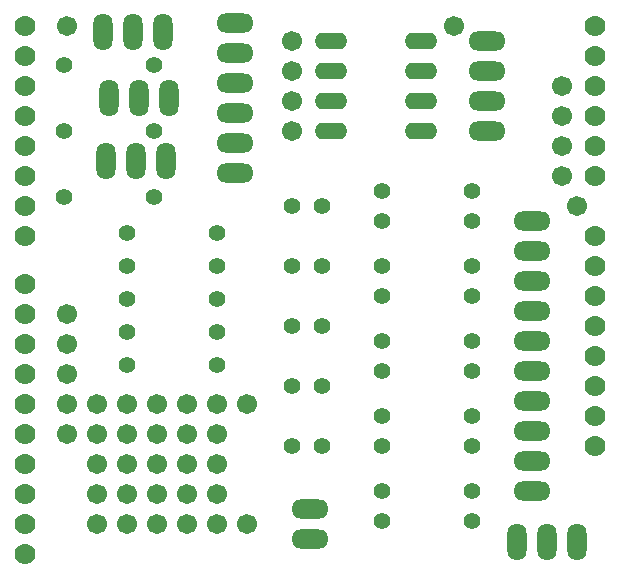
<source format=gbs>
G04 #@! TF.GenerationSoftware,KiCad,Pcbnew,(5.0.0)*
G04 #@! TF.CreationDate,2018-11-08T10:10:24+09:00*
G04 #@! TF.ProjectId,HeadphoneSwitch,4865616470686F6E655377697463682E,rev?*
G04 #@! TF.SameCoordinates,Original*
G04 #@! TF.FileFunction,Soldermask,Bot*
G04 #@! TF.FilePolarity,Negative*
%FSLAX46Y46*%
G04 Gerber Fmt 4.6, Leading zero omitted, Abs format (unit mm)*
G04 Created by KiCad (PCBNEW (5.0.0)) date 11/08/18 10:10:24*
%MOMM*%
%LPD*%
G01*
G04 APERTURE LIST*
%ADD10O,1.625600X3.149600*%
%ADD11O,2.743200X1.422400*%
%ADD12O,3.149600X1.625600*%
%ADD13C,1.422400*%
%ADD14C,1.701800*%
%ADD15C,1.778000*%
G04 APERTURE END LIST*
D10*
G04 #@! TO.C,DSS62*
X153619100Y-83521600D03*
X156159100Y-83521600D03*
X158699100Y-83521600D03*
G04 #@! TD*
G04 #@! TO.C,DSS63*
X154127100Y-89109600D03*
X156667100Y-89109600D03*
X159207100Y-89109600D03*
G04 #@! TD*
G04 #@! TO.C,DSS64*
X153873100Y-94443600D03*
X156413100Y-94443600D03*
X158953100Y-94443600D03*
G04 #@! TD*
G04 #@! TO.C,DSS65*
X193751100Y-126701600D03*
X191211100Y-126701600D03*
X188671100Y-126701600D03*
G04 #@! TD*
D11*
G04 #@! TO.C,IC1*
X172923100Y-91903600D03*
X172923100Y-89363600D03*
X172923100Y-86823600D03*
X172923100Y-84283600D03*
X180543100Y-84283600D03*
X180543100Y-86823600D03*
X180543100Y-89363600D03*
X180543100Y-91903600D03*
G04 #@! TD*
D12*
G04 #@! TO.C,JP10*
X189941100Y-122383600D03*
X189941100Y-119843600D03*
X189941100Y-117303600D03*
X189941100Y-114763600D03*
X189941100Y-112223600D03*
X189941100Y-109683600D03*
X189941100Y-107143600D03*
X189941100Y-104603600D03*
X189941100Y-102063600D03*
X189941100Y-99523600D03*
G04 #@! TD*
G04 #@! TO.C,JP7*
X186131100Y-84283600D03*
X186131100Y-86823600D03*
X186131100Y-89363600D03*
X186131100Y-91903600D03*
G04 #@! TD*
G04 #@! TO.C,JP8*
X164795100Y-95459600D03*
X164795100Y-92919600D03*
X164795100Y-90379600D03*
X164795100Y-87839600D03*
X164795100Y-85299600D03*
X164795100Y-82759600D03*
G04 #@! TD*
G04 #@! TO.C,JP9*
X171145100Y-123907600D03*
X171145100Y-126447600D03*
G04 #@! TD*
D13*
G04 #@! TO.C,LED1*
X172161100Y-98253600D03*
X169621100Y-98253600D03*
G04 #@! TD*
G04 #@! TO.C,LED2*
X172161100Y-103333600D03*
X169621100Y-103333600D03*
G04 #@! TD*
G04 #@! TO.C,LED3*
X172161100Y-108413600D03*
X169621100Y-108413600D03*
G04 #@! TD*
G04 #@! TO.C,LED4*
X172161100Y-113493600D03*
X169621100Y-113493600D03*
G04 #@! TD*
G04 #@! TO.C,LED5*
X172161100Y-118573600D03*
X169621100Y-118573600D03*
G04 #@! TD*
G04 #@! TO.C,OK1*
X184861100Y-96983600D03*
X184861100Y-99523600D03*
X177241100Y-99523600D03*
X177241100Y-96983600D03*
G04 #@! TD*
G04 #@! TO.C,OK2*
X184861100Y-103333600D03*
X184861100Y-105873600D03*
X177241100Y-105873600D03*
X177241100Y-103333600D03*
G04 #@! TD*
G04 #@! TO.C,OK3*
X184861100Y-109683600D03*
X184861100Y-112223600D03*
X177241100Y-112223600D03*
X177241100Y-109683600D03*
G04 #@! TD*
G04 #@! TO.C,OK4*
X184861100Y-116033600D03*
X184861100Y-118573600D03*
X177241100Y-118573600D03*
X177241100Y-116033600D03*
G04 #@! TD*
G04 #@! TO.C,OK5*
X184861100Y-122383600D03*
X184861100Y-124923600D03*
X177241100Y-124923600D03*
X177241100Y-122383600D03*
G04 #@! TD*
D14*
G04 #@! TO.C,PAD1*
X193751100Y-98253600D03*
G04 #@! TD*
G04 #@! TO.C,PAD10*
X150571100Y-109937600D03*
G04 #@! TD*
G04 #@! TO.C,PAD11*
X150571100Y-107397600D03*
G04 #@! TD*
G04 #@! TO.C,PAD12*
X150571100Y-83013600D03*
G04 #@! TD*
G04 #@! TO.C,PAD13*
X163271100Y-122637600D03*
G04 #@! TD*
G04 #@! TO.C,PAD14*
X160731100Y-122637600D03*
G04 #@! TD*
G04 #@! TO.C,PAD15*
X158191100Y-122637600D03*
G04 #@! TD*
G04 #@! TO.C,PAD16*
X155651100Y-122637600D03*
G04 #@! TD*
G04 #@! TO.C,PAD17*
X153111100Y-122637600D03*
G04 #@! TD*
G04 #@! TO.C,PAD18*
X163271100Y-117557600D03*
G04 #@! TD*
G04 #@! TO.C,PAD19*
X160731100Y-117557600D03*
G04 #@! TD*
G04 #@! TO.C,PAD2*
X183337100Y-83013600D03*
G04 #@! TD*
G04 #@! TO.C,PAD20*
X158191100Y-117557600D03*
G04 #@! TD*
G04 #@! TO.C,PAD21*
X155651100Y-117557600D03*
G04 #@! TD*
G04 #@! TO.C,PAD22*
X153111100Y-117557600D03*
G04 #@! TD*
G04 #@! TO.C,PAD23*
X153111100Y-125177600D03*
G04 #@! TD*
G04 #@! TO.C,PAD24*
X163271100Y-120097600D03*
G04 #@! TD*
G04 #@! TO.C,PAD25*
X160731100Y-120097600D03*
G04 #@! TD*
G04 #@! TO.C,PAD26*
X158191100Y-120097600D03*
G04 #@! TD*
G04 #@! TO.C,PAD27*
X155651100Y-120097600D03*
G04 #@! TD*
G04 #@! TO.C,PAD28*
X153111100Y-120097600D03*
G04 #@! TD*
G04 #@! TO.C,PAD29*
X163271100Y-115017600D03*
G04 #@! TD*
G04 #@! TO.C,PAD3*
X169621100Y-91903600D03*
G04 #@! TD*
G04 #@! TO.C,PAD30*
X160731100Y-115017600D03*
G04 #@! TD*
G04 #@! TO.C,PAD31*
X158191100Y-115017600D03*
G04 #@! TD*
G04 #@! TO.C,PAD32*
X155651100Y-115017600D03*
G04 #@! TD*
G04 #@! TO.C,PAD33*
X153111100Y-115017600D03*
G04 #@! TD*
G04 #@! TO.C,PAD34*
X163271100Y-125177600D03*
G04 #@! TD*
G04 #@! TO.C,PAD35*
X160731100Y-125177600D03*
G04 #@! TD*
G04 #@! TO.C,PAD36*
X158191100Y-125177600D03*
G04 #@! TD*
G04 #@! TO.C,PAD37*
X155651100Y-125177600D03*
G04 #@! TD*
G04 #@! TO.C,PAD38*
X165811100Y-115017600D03*
G04 #@! TD*
G04 #@! TO.C,PAD39*
X165811100Y-125177600D03*
G04 #@! TD*
G04 #@! TO.C,PAD4*
X169621100Y-89363600D03*
G04 #@! TD*
G04 #@! TO.C,PAD5*
X169621100Y-86823600D03*
G04 #@! TD*
G04 #@! TO.C,PAD6*
X169621100Y-84283600D03*
G04 #@! TD*
G04 #@! TO.C,PAD7*
X150571100Y-117557600D03*
G04 #@! TD*
G04 #@! TO.C,PAD8*
X150571100Y-115017600D03*
G04 #@! TD*
G04 #@! TO.C,PAD9*
X150571100Y-112477600D03*
G04 #@! TD*
D13*
G04 #@! TO.C,R10*
X163271100Y-111715600D03*
X155651100Y-111715600D03*
G04 #@! TD*
G04 #@! TO.C,R5*
X157937100Y-97491600D03*
X150317100Y-97491600D03*
G04 #@! TD*
G04 #@! TO.C,R3*
X157937100Y-86315600D03*
X150317100Y-86315600D03*
G04 #@! TD*
G04 #@! TO.C,R4*
X157937100Y-91903600D03*
X150317100Y-91903600D03*
G04 #@! TD*
G04 #@! TO.C,R6*
X163271100Y-100539600D03*
X155651100Y-100539600D03*
G04 #@! TD*
G04 #@! TO.C,R7*
X163271100Y-103333600D03*
X155651100Y-103333600D03*
G04 #@! TD*
G04 #@! TO.C,R8*
X163271100Y-106127600D03*
X155651100Y-106127600D03*
G04 #@! TD*
G04 #@! TO.C,R9*
X163271100Y-108921600D03*
X155651100Y-108921600D03*
G04 #@! TD*
D15*
G04 #@! TO.C,U1*
X195275100Y-118573600D03*
X195275100Y-116033600D03*
X147015100Y-127717600D03*
X147015100Y-125177600D03*
X195275100Y-113493600D03*
X195275100Y-110953600D03*
X195275100Y-108413600D03*
X195275100Y-105873600D03*
X195275100Y-103333600D03*
X195275100Y-100793600D03*
X195275100Y-83013600D03*
X195275100Y-85553600D03*
X195275100Y-88093600D03*
X195275100Y-90633600D03*
X195275100Y-93173600D03*
X147015100Y-122637600D03*
X147015100Y-120097600D03*
X147015100Y-117557600D03*
X147015100Y-115017600D03*
X147015100Y-112477600D03*
X147015100Y-109937600D03*
X147015100Y-107397600D03*
X147015100Y-104857600D03*
X147015100Y-100793600D03*
X147015100Y-98253600D03*
X147015100Y-95713600D03*
X147015100Y-83013600D03*
X147015100Y-85553600D03*
X147015100Y-88093600D03*
X147015100Y-90633600D03*
X195275100Y-95713600D03*
X147015100Y-93173600D03*
G04 #@! TD*
D14*
G04 #@! TO.C,PAD40*
X192481100Y-95713600D03*
G04 #@! TD*
G04 #@! TO.C,PAD41*
X192481100Y-93173600D03*
G04 #@! TD*
G04 #@! TO.C,PAD42*
X192481100Y-90633600D03*
G04 #@! TD*
G04 #@! TO.C,PAD43*
X192481100Y-88093600D03*
G04 #@! TD*
M02*

</source>
